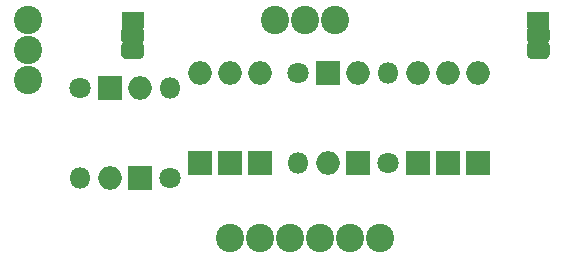
<source format=gbr>
G04 #@! TF.GenerationSoftware,KiCad,Pcbnew,(5.0.0)*
G04 #@! TF.CreationDate,2019-03-30T16:49:40+00:00*
G04 #@! TF.ProjectId,LS02,4C5330322E6B696361645F7063620000,rev?*
G04 #@! TF.SameCoordinates,Original*
G04 #@! TF.FileFunction,Soldermask,Bot*
G04 #@! TF.FilePolarity,Negative*
%FSLAX46Y46*%
G04 Gerber Fmt 4.6, Leading zero omitted, Abs format (unit mm)*
G04 Created by KiCad (PCBNEW (5.0.0)) date 03/30/19 16:49:40*
%MOMM*%
%LPD*%
G01*
G04 APERTURE LIST*
%ADD10C,2.400000*%
%ADD11R,2.000000X2.000000*%
%ADD12O,2.000000X2.000000*%
%ADD13C,1.800000*%
%ADD14O,1.800000X1.800000*%
%ADD15R,1.900000X1.450000*%
%ADD16C,0.100000*%
%ADD17C,1.450000*%
G04 APERTURE END LIST*
D10*
G04 #@! TO.C,J1*
X123190000Y-40005000D03*
X120650000Y-40005000D03*
X118110000Y-40005000D03*
X127000000Y-58420000D03*
X124460000Y-58420000D03*
X121920000Y-58420000D03*
X119380000Y-58420000D03*
X116840000Y-58420000D03*
X114300000Y-58420000D03*
X97155000Y-45085000D03*
X97155000Y-42545000D03*
X97155000Y-40005000D03*
G04 #@! TD*
D11*
G04 #@! TO.C,D1*
X111760000Y-52070000D03*
D12*
X111760000Y-44450000D03*
G04 #@! TD*
D11*
G04 #@! TO.C,D2*
X114300000Y-52070000D03*
D12*
X114300000Y-44450000D03*
G04 #@! TD*
D11*
G04 #@! TO.C,D3*
X116840000Y-52070000D03*
D12*
X116840000Y-44450000D03*
G04 #@! TD*
D11*
G04 #@! TO.C,D4*
X130175000Y-52070000D03*
D12*
X130175000Y-44450000D03*
G04 #@! TD*
D11*
G04 #@! TO.C,D5*
X132715000Y-52070000D03*
D12*
X132715000Y-44450000D03*
G04 #@! TD*
D11*
G04 #@! TO.C,D6*
X135255000Y-52070000D03*
D12*
X135255000Y-44450000D03*
G04 #@! TD*
D11*
G04 #@! TO.C,D7*
X106680000Y-53340000D03*
D12*
X106680000Y-45720000D03*
G04 #@! TD*
D11*
G04 #@! TO.C,D8*
X104140000Y-45720000D03*
D12*
X104140000Y-53340000D03*
G04 #@! TD*
D11*
G04 #@! TO.C,D9*
X125095000Y-52070000D03*
D12*
X125095000Y-44450000D03*
G04 #@! TD*
D11*
G04 #@! TO.C,D10*
X122555000Y-44450000D03*
D12*
X122555000Y-52070000D03*
G04 #@! TD*
D13*
G04 #@! TO.C,R1*
X101600000Y-45720000D03*
D14*
X101600000Y-53340000D03*
G04 #@! TD*
D13*
G04 #@! TO.C,R2*
X109220000Y-53340000D03*
D14*
X109220000Y-45720000D03*
G04 #@! TD*
D13*
G04 #@! TO.C,R3*
X120015000Y-44450000D03*
D14*
X120015000Y-52070000D03*
G04 #@! TD*
D13*
G04 #@! TO.C,R4*
X127635000Y-52070000D03*
D14*
X127635000Y-44450000D03*
G04 #@! TD*
D15*
G04 #@! TO.C,VT1*
X106045000Y-40005000D03*
D16*
G36*
X106668031Y-41821746D02*
X106703220Y-41826965D01*
X106737728Y-41835609D01*
X106771223Y-41847594D01*
X106803381Y-41862804D01*
X106833894Y-41881092D01*
X106862468Y-41902284D01*
X106888826Y-41926174D01*
X106912716Y-41952532D01*
X106933908Y-41981106D01*
X106952196Y-42011619D01*
X106967406Y-42043777D01*
X106979391Y-42077272D01*
X106988035Y-42111780D01*
X106993254Y-42146969D01*
X106995000Y-42182500D01*
X106995000Y-42907500D01*
X106993254Y-42943031D01*
X106988035Y-42978220D01*
X106979391Y-43012728D01*
X106967406Y-43046223D01*
X106952196Y-43078381D01*
X106933908Y-43108894D01*
X106912716Y-43137468D01*
X106888826Y-43163826D01*
X106862468Y-43187716D01*
X106833894Y-43208908D01*
X106803381Y-43227196D01*
X106771223Y-43242406D01*
X106737728Y-43254391D01*
X106703220Y-43263035D01*
X106668031Y-43268254D01*
X106632500Y-43270000D01*
X105457500Y-43270000D01*
X105421969Y-43268254D01*
X105386780Y-43263035D01*
X105352272Y-43254391D01*
X105318777Y-43242406D01*
X105286619Y-43227196D01*
X105256106Y-43208908D01*
X105227532Y-43187716D01*
X105201174Y-43163826D01*
X105177284Y-43137468D01*
X105156092Y-43108894D01*
X105137804Y-43078381D01*
X105122594Y-43046223D01*
X105110609Y-43012728D01*
X105101965Y-42978220D01*
X105096746Y-42943031D01*
X105095000Y-42907500D01*
X105095000Y-42182500D01*
X105096746Y-42146969D01*
X105101965Y-42111780D01*
X105110609Y-42077272D01*
X105122594Y-42043777D01*
X105137804Y-42011619D01*
X105156092Y-41981106D01*
X105177284Y-41952532D01*
X105201174Y-41926174D01*
X105227532Y-41902284D01*
X105256106Y-41881092D01*
X105286619Y-41862804D01*
X105318777Y-41847594D01*
X105352272Y-41835609D01*
X105386780Y-41826965D01*
X105421969Y-41821746D01*
X105457500Y-41820000D01*
X106632500Y-41820000D01*
X106668031Y-41821746D01*
X106668031Y-41821746D01*
G37*
D17*
X106045000Y-42545000D03*
D16*
G36*
X106668031Y-40551746D02*
X106703220Y-40556965D01*
X106737728Y-40565609D01*
X106771223Y-40577594D01*
X106803381Y-40592804D01*
X106833894Y-40611092D01*
X106862468Y-40632284D01*
X106888826Y-40656174D01*
X106912716Y-40682532D01*
X106933908Y-40711106D01*
X106952196Y-40741619D01*
X106967406Y-40773777D01*
X106979391Y-40807272D01*
X106988035Y-40841780D01*
X106993254Y-40876969D01*
X106995000Y-40912500D01*
X106995000Y-41637500D01*
X106993254Y-41673031D01*
X106988035Y-41708220D01*
X106979391Y-41742728D01*
X106967406Y-41776223D01*
X106952196Y-41808381D01*
X106933908Y-41838894D01*
X106912716Y-41867468D01*
X106888826Y-41893826D01*
X106862468Y-41917716D01*
X106833894Y-41938908D01*
X106803381Y-41957196D01*
X106771223Y-41972406D01*
X106737728Y-41984391D01*
X106703220Y-41993035D01*
X106668031Y-41998254D01*
X106632500Y-42000000D01*
X105457500Y-42000000D01*
X105421969Y-41998254D01*
X105386780Y-41993035D01*
X105352272Y-41984391D01*
X105318777Y-41972406D01*
X105286619Y-41957196D01*
X105256106Y-41938908D01*
X105227532Y-41917716D01*
X105201174Y-41893826D01*
X105177284Y-41867468D01*
X105156092Y-41838894D01*
X105137804Y-41808381D01*
X105122594Y-41776223D01*
X105110609Y-41742728D01*
X105101965Y-41708220D01*
X105096746Y-41673031D01*
X105095000Y-41637500D01*
X105095000Y-40912500D01*
X105096746Y-40876969D01*
X105101965Y-40841780D01*
X105110609Y-40807272D01*
X105122594Y-40773777D01*
X105137804Y-40741619D01*
X105156092Y-40711106D01*
X105177284Y-40682532D01*
X105201174Y-40656174D01*
X105227532Y-40632284D01*
X105256106Y-40611092D01*
X105286619Y-40592804D01*
X105318777Y-40577594D01*
X105352272Y-40565609D01*
X105386780Y-40556965D01*
X105421969Y-40551746D01*
X105457500Y-40550000D01*
X106632500Y-40550000D01*
X106668031Y-40551746D01*
X106668031Y-40551746D01*
G37*
D17*
X106045000Y-41275000D03*
G04 #@! TD*
D15*
G04 #@! TO.C,VT2*
X140398500Y-40005000D03*
D16*
G36*
X141021531Y-41821746D02*
X141056720Y-41826965D01*
X141091228Y-41835609D01*
X141124723Y-41847594D01*
X141156881Y-41862804D01*
X141187394Y-41881092D01*
X141215968Y-41902284D01*
X141242326Y-41926174D01*
X141266216Y-41952532D01*
X141287408Y-41981106D01*
X141305696Y-42011619D01*
X141320906Y-42043777D01*
X141332891Y-42077272D01*
X141341535Y-42111780D01*
X141346754Y-42146969D01*
X141348500Y-42182500D01*
X141348500Y-42907500D01*
X141346754Y-42943031D01*
X141341535Y-42978220D01*
X141332891Y-43012728D01*
X141320906Y-43046223D01*
X141305696Y-43078381D01*
X141287408Y-43108894D01*
X141266216Y-43137468D01*
X141242326Y-43163826D01*
X141215968Y-43187716D01*
X141187394Y-43208908D01*
X141156881Y-43227196D01*
X141124723Y-43242406D01*
X141091228Y-43254391D01*
X141056720Y-43263035D01*
X141021531Y-43268254D01*
X140986000Y-43270000D01*
X139811000Y-43270000D01*
X139775469Y-43268254D01*
X139740280Y-43263035D01*
X139705772Y-43254391D01*
X139672277Y-43242406D01*
X139640119Y-43227196D01*
X139609606Y-43208908D01*
X139581032Y-43187716D01*
X139554674Y-43163826D01*
X139530784Y-43137468D01*
X139509592Y-43108894D01*
X139491304Y-43078381D01*
X139476094Y-43046223D01*
X139464109Y-43012728D01*
X139455465Y-42978220D01*
X139450246Y-42943031D01*
X139448500Y-42907500D01*
X139448500Y-42182500D01*
X139450246Y-42146969D01*
X139455465Y-42111780D01*
X139464109Y-42077272D01*
X139476094Y-42043777D01*
X139491304Y-42011619D01*
X139509592Y-41981106D01*
X139530784Y-41952532D01*
X139554674Y-41926174D01*
X139581032Y-41902284D01*
X139609606Y-41881092D01*
X139640119Y-41862804D01*
X139672277Y-41847594D01*
X139705772Y-41835609D01*
X139740280Y-41826965D01*
X139775469Y-41821746D01*
X139811000Y-41820000D01*
X140986000Y-41820000D01*
X141021531Y-41821746D01*
X141021531Y-41821746D01*
G37*
D17*
X140398500Y-42545000D03*
D16*
G36*
X141021531Y-40551746D02*
X141056720Y-40556965D01*
X141091228Y-40565609D01*
X141124723Y-40577594D01*
X141156881Y-40592804D01*
X141187394Y-40611092D01*
X141215968Y-40632284D01*
X141242326Y-40656174D01*
X141266216Y-40682532D01*
X141287408Y-40711106D01*
X141305696Y-40741619D01*
X141320906Y-40773777D01*
X141332891Y-40807272D01*
X141341535Y-40841780D01*
X141346754Y-40876969D01*
X141348500Y-40912500D01*
X141348500Y-41637500D01*
X141346754Y-41673031D01*
X141341535Y-41708220D01*
X141332891Y-41742728D01*
X141320906Y-41776223D01*
X141305696Y-41808381D01*
X141287408Y-41838894D01*
X141266216Y-41867468D01*
X141242326Y-41893826D01*
X141215968Y-41917716D01*
X141187394Y-41938908D01*
X141156881Y-41957196D01*
X141124723Y-41972406D01*
X141091228Y-41984391D01*
X141056720Y-41993035D01*
X141021531Y-41998254D01*
X140986000Y-42000000D01*
X139811000Y-42000000D01*
X139775469Y-41998254D01*
X139740280Y-41993035D01*
X139705772Y-41984391D01*
X139672277Y-41972406D01*
X139640119Y-41957196D01*
X139609606Y-41938908D01*
X139581032Y-41917716D01*
X139554674Y-41893826D01*
X139530784Y-41867468D01*
X139509592Y-41838894D01*
X139491304Y-41808381D01*
X139476094Y-41776223D01*
X139464109Y-41742728D01*
X139455465Y-41708220D01*
X139450246Y-41673031D01*
X139448500Y-41637500D01*
X139448500Y-40912500D01*
X139450246Y-40876969D01*
X139455465Y-40841780D01*
X139464109Y-40807272D01*
X139476094Y-40773777D01*
X139491304Y-40741619D01*
X139509592Y-40711106D01*
X139530784Y-40682532D01*
X139554674Y-40656174D01*
X139581032Y-40632284D01*
X139609606Y-40611092D01*
X139640119Y-40592804D01*
X139672277Y-40577594D01*
X139705772Y-40565609D01*
X139740280Y-40556965D01*
X139775469Y-40551746D01*
X139811000Y-40550000D01*
X140986000Y-40550000D01*
X141021531Y-40551746D01*
X141021531Y-40551746D01*
G37*
D17*
X140398500Y-41275000D03*
G04 #@! TD*
M02*

</source>
